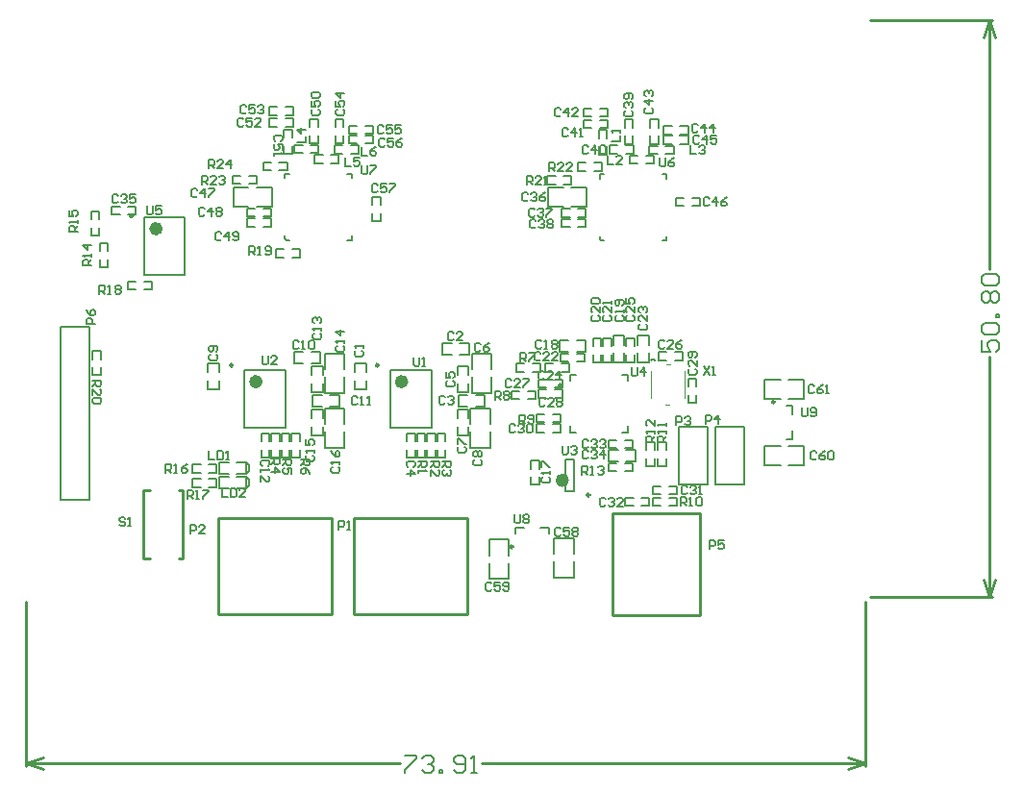
<source format=gto>
%FSLAX25Y25*%
%MOIN*%
G70*
G01*
G75*
G04 Layer_Color=65535*
%ADD10C,0.01969*%
%ADD11R,0.03000X0.03000*%
%ADD12R,0.02500X0.02000*%
%ADD13R,0.03000X0.03200*%
%ADD14O,0.05906X0.01378*%
%ADD15R,0.03000X0.03000*%
%ADD16R,0.05118X0.05906*%
%ADD17R,0.02000X0.02500*%
%ADD18R,0.01102X0.03543*%
%ADD19R,0.03543X0.01102*%
%ADD20R,0.01102X0.03543*%
%ADD21R,0.05906X0.05118*%
%ADD22R,0.02362X0.05709*%
%ADD23O,0.07087X0.01378*%
%ADD24O,0.02756X0.00787*%
%ADD25O,0.00787X0.02756*%
%ADD26R,0.14961X0.14961*%
%ADD27R,0.05709X0.02362*%
%ADD28R,0.04331X0.04724*%
%ADD29C,0.00800*%
%ADD30C,0.05000*%
%ADD31C,0.01500*%
%ADD32C,0.01000*%
%ADD33C,0.02000*%
%ADD34C,0.07500*%
%ADD35C,0.01200*%
%ADD36C,0.02500*%
%ADD37C,0.04000*%
%ADD38C,0.00600*%
%ADD39R,0.10000X0.10000*%
%ADD40R,0.09000X0.14000*%
%ADD41R,0.10500X0.11500*%
%ADD42R,0.85500X0.12500*%
%ADD43R,0.22500X0.12500*%
%ADD44R,0.02000X0.06500*%
%ADD45R,0.07000X0.18000*%
%ADD46R,0.08500X0.07000*%
%ADD47R,0.05906X0.05906*%
%ADD48C,0.05906*%
%ADD49C,0.07874*%
G04:AMPARAMS|DCode=50|XSize=157.48mil|YSize=74.8mil|CornerRadius=18.7mil|HoleSize=0mil|Usage=FLASHONLY|Rotation=0.000|XOffset=0mil|YOffset=0mil|HoleType=Round|Shape=RoundedRectangle|*
%AMROUNDEDRECTD50*
21,1,0.15748,0.03740,0,0,0.0*
21,1,0.12008,0.07480,0,0,0.0*
1,1,0.03740,0.06004,-0.01870*
1,1,0.03740,-0.06004,-0.01870*
1,1,0.03740,-0.06004,0.01870*
1,1,0.03740,0.06004,0.01870*
%
%ADD50ROUNDEDRECTD50*%
G04:AMPARAMS|DCode=51|XSize=118.11mil|YSize=62.99mil|CornerRadius=15.75mil|HoleSize=0mil|Usage=FLASHONLY|Rotation=270.000|XOffset=0mil|YOffset=0mil|HoleType=Round|Shape=RoundedRectangle|*
%AMROUNDEDRECTD51*
21,1,0.11811,0.03150,0,0,270.0*
21,1,0.08661,0.06299,0,0,270.0*
1,1,0.03150,-0.01575,-0.04331*
1,1,0.03150,-0.01575,0.04331*
1,1,0.03150,0.01575,0.04331*
1,1,0.03150,0.01575,-0.04331*
%
%ADD51ROUNDEDRECTD51*%
G04:AMPARAMS|DCode=52|XSize=106.3mil|YSize=66.93mil|CornerRadius=16.73mil|HoleSize=0mil|Usage=FLASHONLY|Rotation=90.000|XOffset=0mil|YOffset=0mil|HoleType=Round|Shape=RoundedRectangle|*
%AMROUNDEDRECTD52*
21,1,0.10630,0.03347,0,0,90.0*
21,1,0.07284,0.06693,0,0,90.0*
1,1,0.03346,0.01673,0.03642*
1,1,0.03346,0.01673,-0.03642*
1,1,0.03346,-0.01673,-0.03642*
1,1,0.03346,-0.01673,0.03642*
%
%ADD52ROUNDEDRECTD52*%
%ADD53C,0.03937*%
%ADD54C,0.03200*%
%ADD55C,0.02598*%
%ADD56C,0.03000*%
%ADD57R,0.07500X0.07000*%
%ADD58R,0.09500X0.07500*%
%ADD59R,0.10900X0.12400*%
%ADD60C,0.02362*%
%ADD61C,0.00984*%
%ADD62C,0.00787*%
%ADD63C,0.00500*%
%ADD64C,0.00425*%
D32*
X275500Y-58600D02*
Y-1750D01*
X-15500Y-58600D02*
Y-1750D01*
X142496Y-57600D02*
X275500D01*
X-15500D02*
X114304D01*
X269500Y-55600D02*
X275500Y-57600D01*
X269500Y-59600D02*
X275500Y-57600D01*
X-15500D02*
X-9500Y-59600D01*
X-15500Y-57600D02*
X-9500Y-55600D01*
X277250Y200000D02*
X319400D01*
X277250Y0D02*
X319400D01*
X318400Y113496D02*
Y200000D01*
Y0D02*
Y83304D01*
X316400Y194000D02*
X318400Y200000D01*
X320400Y194000D01*
X318400Y0D02*
X320400Y6000D01*
X316400D02*
X318400Y0D01*
X25221Y37000D02*
X27500D01*
X37500D02*
X39000D01*
X25221Y13378D02*
X27500D01*
X37500D02*
X39000D01*
X25221D02*
Y37000D01*
X39000Y13378D02*
Y37000D01*
X98215Y27300D02*
X137585D01*
X137585Y-6165D02*
X137585Y27300D01*
X98215Y-6165D02*
X137585D01*
X98215Y27300D02*
X98215Y-6165D01*
X218315Y29067D02*
X218315Y-6433D01*
X188000Y29000D02*
X218315D01*
X188000Y-6433D02*
Y29000D01*
Y-6433D02*
X218315D01*
X51215Y27300D02*
X51215Y-6165D01*
X90585D01*
X90585Y27300D01*
X51215D02*
X90585D01*
D38*
X192624Y47100D02*
X195824D01*
X192624Y50900D02*
X195824D01*
X186624D02*
X189824D01*
X186624Y47100D02*
X189824D01*
X195824D02*
Y50900D01*
X186624Y47100D02*
Y50900D01*
X186524Y51600D02*
Y54400D01*
X194924Y51600D02*
Y54400D01*
X186524Y51600D02*
X189324D01*
X186524Y54400D02*
X189324D01*
X192124D02*
X194924D01*
X192124Y51600D02*
X194924D01*
X50700Y38100D02*
Y40900D01*
X42300Y38100D02*
Y40900D01*
X47900D02*
X50700D01*
X47900Y38100D02*
X50700D01*
X42300D02*
X45100D01*
X42300Y40900D02*
X45100D01*
X50700Y43100D02*
Y45900D01*
X42300Y43100D02*
Y45900D01*
X47900Y45900D02*
X50700Y45900D01*
X47900Y43100D02*
X50700D01*
X42300D02*
X45100D01*
X42300Y45900D02*
X45100Y45900D01*
X83600Y55900D02*
Y59100D01*
X87400Y55900D02*
Y59100D01*
Y61900D02*
Y65100D01*
X83600Y61900D02*
Y65100D01*
Y55900D02*
X87400D01*
X83600Y65100D02*
X87400D01*
X177800Y169400D02*
X180600D01*
X177800Y166600D02*
X180600D01*
X183400D02*
X186200D01*
X183400Y169400D02*
X186200D01*
X177800Y166600D02*
Y169400D01*
X186200Y166600D02*
Y169400D01*
X167600Y12200D02*
X167600Y6700D01*
X174400D02*
X174400Y12200D01*
X167600Y6700D02*
X174400D01*
Y20300D02*
X174400Y14800D01*
X167600Y14800D02*
X167600Y20300D01*
X174400D01*
X248800Y45600D02*
X254300Y45600D01*
X248800Y52400D02*
X254300Y52400D01*
Y45600D02*
Y52400D01*
X240700D02*
X246200D01*
X240700Y45600D02*
X246200Y45600D01*
X240700Y45600D02*
X240700Y52400D01*
X248800Y68600D02*
X254300Y68600D01*
X248800Y75400D02*
X254300D01*
X254300Y68600D02*
X254300Y75400D01*
X240700D02*
X246200Y75400D01*
X240700Y68600D02*
X246200Y68600D01*
X240700Y75400D02*
X240700Y68600D01*
X68800Y169900D02*
X71600D01*
X68800Y167100D02*
X71600D01*
X74400D02*
X77200D01*
X74400Y169900D02*
X77200D01*
X68800Y167100D02*
Y169900D01*
X77200Y167100D02*
Y169900D01*
X10100Y114300D02*
X12900D01*
X10100Y122700D02*
X12900D01*
X12900Y114300D02*
Y117100D01*
X10100Y114300D02*
Y117100D01*
X10100Y122700D02*
X10100Y119900D01*
X12900Y119900D02*
Y122700D01*
X120100Y48300D02*
X122900D01*
X120100Y56700D02*
X122900D01*
Y48300D02*
Y51100D01*
X120100Y48300D02*
Y51100D01*
Y53900D02*
Y56700D01*
X122900Y53900D02*
Y56700D01*
X127100Y48300D02*
X129900D01*
X127100Y56700D02*
X129900D01*
Y48300D02*
Y51100D01*
X127100Y48300D02*
Y51100D01*
Y53900D02*
Y56700D01*
X129900Y53900D02*
Y56700D01*
X159600Y38800D02*
X162400D01*
X159600Y47200D02*
X162400D01*
Y38800D02*
Y41600D01*
X159600Y38800D02*
Y41600D01*
Y44400D02*
Y47200D01*
X162400Y44400D02*
Y47200D01*
X152800Y68600D02*
Y71400D01*
X161200Y68600D02*
Y71400D01*
X152800Y68600D02*
X155600D01*
X152800Y71400D02*
X155600D01*
X158400D02*
X161200D01*
X158400Y68600D02*
X161200D01*
X170600Y72500D02*
Y75300D01*
X162200Y72500D02*
Y75300D01*
X167800D02*
X170600D01*
X167800Y72500D02*
X170600D01*
X162200D02*
X165000D01*
X162200Y75300D02*
X165000D01*
X170600Y69000D02*
Y71800D01*
X162200Y69000D02*
Y71800D01*
X167800D02*
X170600D01*
X167800Y69000D02*
X170600D01*
X162200D02*
X165000D01*
X162200Y71800D02*
X165000D01*
X175400Y85100D02*
X178600D01*
X175400Y88900D02*
X178600D01*
X169400D02*
X172600D01*
X169400Y85100D02*
X172600D01*
X178600D02*
Y88900D01*
X169400Y85100D02*
Y88900D01*
X178200Y81600D02*
Y84400D01*
X169800Y81600D02*
Y84400D01*
X175400D02*
X178200D01*
X175400Y81600D02*
X178200D01*
X169800D02*
X172600D01*
X169800Y84400D02*
X172600D01*
X181100Y89700D02*
X183900D01*
X181100Y81300D02*
X183900D01*
X181100Y86900D02*
Y89700D01*
X183900Y86900D02*
Y89700D01*
Y81300D02*
Y84100D01*
X181100Y81300D02*
Y84100D01*
X184600Y81300D02*
X187400D01*
X184600Y89700D02*
X187400D01*
X187400Y81300D02*
Y84100D01*
X184600Y81300D02*
Y84100D01*
Y86900D02*
Y89700D01*
X187400D02*
X187400Y86900D01*
X191900Y90600D02*
X191900Y87400D01*
X188100D02*
Y90600D01*
Y81400D02*
Y84600D01*
X191900Y81400D02*
X191900Y84600D01*
X188100Y90600D02*
X191900D01*
X188100Y81400D02*
X191900Y81400D01*
X192600Y81300D02*
X195400D01*
X192600Y89700D02*
X195400D01*
Y81300D02*
Y84100D01*
X192600Y81300D02*
Y84100D01*
Y86900D02*
Y89700D01*
X195400Y86900D02*
Y89700D01*
X200400Y87400D02*
Y90600D01*
X196600Y87400D02*
Y90600D01*
Y81400D02*
Y84600D01*
X200400Y81400D02*
Y84600D01*
X196600Y90600D02*
X200400D01*
X196600Y81400D02*
X200400D01*
X203600Y45300D02*
X206400D01*
X203600Y53700D02*
X206400D01*
Y45300D02*
Y48100D01*
X203600Y45300D02*
Y48100D01*
Y50900D02*
Y53700D01*
X206400Y50900D02*
Y53700D01*
X199600Y45300D02*
X202400D01*
X199600Y53700D02*
X202400D01*
Y45300D02*
Y48100D01*
X199600D02*
X199600Y45300D01*
X199600Y50900D02*
X199600Y53700D01*
X202400Y50900D02*
Y53700D01*
X210200Y35600D02*
Y38400D01*
X201800Y35600D02*
Y38400D01*
X207400D02*
X210200D01*
X207400Y35600D02*
X210200D01*
X201800D02*
X204600D01*
X201800Y38400D02*
X204600D01*
X210200Y31600D02*
Y34400D01*
X201800Y31600D02*
Y34400D01*
X207400D02*
X210200D01*
X207400Y31600D02*
X210200D01*
X201800D02*
X204600D01*
X201800Y34400D02*
X204600D01*
X79507Y117757D02*
Y120557D01*
X71107Y117757D02*
Y120557D01*
X76707Y120557D02*
X79507D01*
X76707Y117757D02*
X79507D01*
X71107Y117757D02*
X73907Y117757D01*
X71107Y120557D02*
X73907D01*
X194924Y43600D02*
Y46400D01*
X186524Y43600D02*
Y46400D01*
X192124D02*
X194924D01*
X192124Y43600D02*
X194924D01*
X186524D02*
X189324D01*
X186524Y46400D02*
X189324D01*
X192300Y31600D02*
Y34400D01*
X200700Y31600D02*
Y34400D01*
X192300Y31600D02*
X195100D01*
X192300Y34400D02*
X195100D01*
X197900D02*
X200700D01*
X197900Y31600D02*
X200700D01*
X138600Y65300D02*
X145400D01*
X138600Y59800D02*
Y65300D01*
X145400Y59800D02*
Y65300D01*
X138600Y51700D02*
X145400D01*
Y57200D01*
X138600Y51700D02*
Y57200D01*
X134100Y55900D02*
Y59100D01*
X137900Y55900D02*
Y59100D01*
Y61900D02*
Y65100D01*
X134100Y61900D02*
Y65100D01*
Y55900D02*
X137900D01*
X134100Y65100D02*
X137900D01*
X145100Y19800D02*
X151900Y19800D01*
X145100Y14300D02*
X145100Y19800D01*
X151900Y14300D02*
X151900Y19800D01*
X145100Y6200D02*
X151900Y6200D01*
X151900Y11700D02*
X151900Y6200D01*
X145100Y6200D02*
X145100Y11700D01*
X7700Y76800D02*
X10500D01*
X7700Y85200D02*
X10500D01*
Y76800D02*
Y79600D01*
X7700Y76800D02*
Y79600D01*
Y82400D02*
Y85200D01*
X10500Y82400D02*
Y85200D01*
X22700Y132600D02*
Y135400D01*
X14300Y132600D02*
Y135400D01*
X19900Y135400D02*
X22700D01*
X19900Y132600D02*
X22700D01*
X14300Y132600D02*
X17100Y132600D01*
X14300Y135400D02*
X17100Y135400D01*
X7100Y133700D02*
X9900D01*
X7100Y125300D02*
X9900D01*
X7100Y130900D02*
Y133700D01*
X9900Y130900D02*
Y133700D01*
X9900Y125300D02*
X9900Y128100D01*
X7100Y125300D02*
Y128100D01*
X19800Y106600D02*
Y109400D01*
X28200Y106600D02*
Y109400D01*
X19800Y106600D02*
X22600D01*
X19800Y109400D02*
X22600D01*
X25400D02*
X28200D01*
X25400Y106600D02*
X28200D01*
X98600Y71900D02*
Y75100D01*
X102400Y71900D02*
Y75100D01*
Y77900D02*
Y81100D01*
X98600Y77900D02*
Y81100D01*
Y71900D02*
X102400D01*
X98600Y81100D02*
X102400D01*
X154524Y78100D02*
Y80900D01*
X162924Y78100D02*
Y80900D01*
X154524Y78100D02*
X157324D01*
X154524Y80900D02*
X157324D01*
X160124D02*
X162924D01*
X160124Y78100D02*
X162924D01*
X172924D02*
Y80900D01*
X164524Y78100D02*
Y80900D01*
X170124D02*
X172924D01*
X170124Y78100D02*
X172924D01*
X164524D02*
X167324D01*
X164524Y80900D02*
X167324D01*
X161524Y60600D02*
Y63400D01*
X169924Y60600D02*
Y63400D01*
X161524Y60600D02*
X164324D01*
X161524Y63400D02*
X164324D01*
X167124D02*
X169924D01*
X167124Y60600D02*
X169924D01*
X134400Y69900D02*
X137600D01*
X134400Y66100D02*
X137600D01*
X140400D02*
X143600D01*
X140400Y69900D02*
X143600D01*
X134400Y66100D02*
Y69900D01*
X143600Y66100D02*
Y69900D01*
X137900Y76900D02*
Y80100D01*
X134100Y76900D02*
Y80100D01*
Y70900D02*
Y74100D01*
X137900Y70900D02*
Y74100D01*
X134100Y80100D02*
X137900D01*
X134100Y70900D02*
X137900D01*
X139100Y70700D02*
X145900D01*
Y76200D01*
X139100Y70700D02*
Y76200D01*
Y84300D02*
X145900D01*
X139100Y78800D02*
Y84300D01*
X145900Y78800D02*
Y84300D01*
X169924Y57100D02*
Y59900D01*
X161524Y57100D02*
Y59900D01*
X167124D02*
X169924D01*
X167124Y57100D02*
X169924D01*
X161524D02*
X164324D01*
X161524Y59900D02*
X164324D01*
X138100Y84100D02*
Y87900D01*
X128900Y84100D02*
Y87900D01*
X134900D02*
X138100D01*
X134900Y84100D02*
X138100D01*
X128900D02*
X132100D01*
X128900Y87900D02*
X132100D01*
X119400Y53900D02*
Y56700D01*
X116600Y53900D02*
Y56700D01*
Y48300D02*
Y51100D01*
X119400Y48300D02*
Y51100D01*
X116600Y56700D02*
X119400D01*
X116600Y48300D02*
X119400D01*
X76600D02*
X79400D01*
X76600Y56700D02*
X79400D01*
Y48300D02*
Y51100D01*
X76600Y48300D02*
Y51100D01*
Y53900D02*
Y56700D01*
X79400Y53900D02*
Y56700D01*
X69600Y48300D02*
X72400D01*
X69600Y56700D02*
X72400D01*
Y48300D02*
Y51100D01*
X69600Y48300D02*
Y51100D01*
Y53900D02*
Y56700D01*
X72400Y53900D02*
Y56700D01*
X88100Y65300D02*
X94900D01*
X88100Y59800D02*
Y65300D01*
X94900Y59800D02*
Y65300D01*
X88100Y51700D02*
X94900D01*
Y57200D01*
X88100Y51700D02*
Y57200D01*
Y70700D02*
X94900D01*
Y76200D01*
X88100Y70700D02*
Y76200D01*
Y84300D02*
X94900D01*
X88100Y78800D02*
Y84300D01*
X94900Y78800D02*
Y84300D01*
X87400Y76900D02*
Y80100D01*
X83600Y76900D02*
Y80100D01*
Y70900D02*
Y74100D01*
X87400Y70900D02*
Y74100D01*
X83600Y80100D02*
X87400D01*
X83600Y70900D02*
X87400D01*
X66100Y48300D02*
X68900D01*
X66100Y56700D02*
X68900D01*
Y48300D02*
Y51100D01*
X66100Y48300D02*
Y51100D01*
Y53900D02*
Y56700D01*
X68900Y53900D02*
Y56700D01*
X83900Y69900D02*
X87100D01*
X83900Y66100D02*
X87100D01*
X89900D02*
X93100D01*
X89900Y69900D02*
X93100D01*
X83900Y66100D02*
Y69900D01*
X93100Y66100D02*
Y69900D01*
X77400Y84900D02*
X80600D01*
X77400Y81100D02*
X80600D01*
X83400D02*
X86600D01*
X83400Y84900D02*
X86600D01*
X77400Y81100D02*
Y84900D01*
X86600Y81100D02*
Y84900D01*
X47600Y71900D02*
Y75100D01*
X51400Y71900D02*
Y75100D01*
Y77900D02*
Y81100D01*
X47600Y77900D02*
Y81100D01*
Y71900D02*
X51400D01*
X47600Y81100D02*
X51400D01*
X115904Y-55201D02*
X119903D01*
Y-56201D01*
X115904Y-60199D01*
Y-61199D01*
X121902Y-56201D02*
X122902Y-55201D01*
X124901D01*
X125901Y-56201D01*
Y-57200D01*
X124901Y-58200D01*
X123901D01*
X124901D01*
X125901Y-59200D01*
Y-60199D01*
X124901Y-61199D01*
X122902D01*
X121902Y-60199D01*
X127900Y-61199D02*
Y-60199D01*
X128900D01*
Y-61199D01*
X127900D01*
X132898Y-60199D02*
X133898Y-61199D01*
X135898D01*
X136897Y-60199D01*
Y-56201D01*
X135898Y-55201D01*
X133898D01*
X132898Y-56201D01*
Y-57200D01*
X133898Y-58200D01*
X136897D01*
X138897Y-61199D02*
X140896D01*
X139896D01*
Y-55201D01*
X138897Y-56201D01*
X316001Y88903D02*
Y84904D01*
X319000D01*
X318000Y86904D01*
Y87903D01*
X319000Y88903D01*
X320999D01*
X321999Y87903D01*
Y85904D01*
X320999Y84904D01*
X317001Y90902D02*
X316001Y91902D01*
Y93901D01*
X317001Y94901D01*
X320999D01*
X321999Y93901D01*
Y91902D01*
X320999Y90902D01*
X317001D01*
X321999Y96900D02*
X320999D01*
Y97900D01*
X321999D01*
Y96900D01*
X317001Y101899D02*
X316001Y102899D01*
Y104898D01*
X317001Y105898D01*
X318000D01*
X319000Y104898D01*
X320000Y105898D01*
X320999D01*
X321999Y104898D01*
Y102899D01*
X320999Y101899D01*
X320000D01*
X319000Y102899D01*
X318000Y101899D01*
X317001D01*
X319000Y102899D02*
Y104898D01*
X317001Y107897D02*
X316001Y108897D01*
Y110896D01*
X317001Y111896D01*
X320999D01*
X321999Y110896D01*
Y108897D01*
X320999Y107897D01*
X317001D01*
D60*
X30811Y127661D02*
G03*
X30811Y127661I-1181J0D01*
G01*
X115933Y74602D02*
G03*
X115933Y74602I-1181J0D01*
G01*
X171622Y40425D02*
G03*
X171622Y40425I-1181J0D01*
G01*
X65433Y74602D02*
G03*
X65433Y74602I-1181J0D01*
G01*
D61*
X21657Y132091D02*
G03*
X21657Y132091I-492J0D01*
G01*
X153394Y17323D02*
G03*
X153394Y17323I-492J0D01*
G01*
X106780Y80311D02*
G03*
X106780Y80311I-492J0D01*
G01*
X179988Y35307D02*
G03*
X179988Y35307I-492J0D01*
G01*
X170331Y73299D02*
G03*
X170331Y73299I-492J0D01*
G01*
X244153Y67598D02*
G03*
X244153Y67598I-492J0D01*
G01*
X56279Y80311D02*
G03*
X56279Y80311I-492J0D01*
G01*
D62*
X211000Y39000D02*
X221000D01*
X211000D02*
Y59000D01*
X221000D01*
Y39000D02*
Y59000D01*
X223600Y39000D02*
X233600D01*
X223600D02*
Y59000D01*
X233600D01*
Y39000D02*
Y59000D01*
X25693Y111520D02*
X39472D01*
X25693Y131598D02*
X39472D01*
Y111520D02*
Y131598D01*
X25693D02*
X25693Y111520D01*
X154095Y21949D02*
Y23917D01*
X157244D01*
X165905Y21949D02*
X165905Y23917D01*
X162756Y23917D02*
X165905Y23917D01*
X110815Y58461D02*
X125185D01*
X110815Y78539D02*
X125185D01*
Y58461D02*
Y78539D01*
X110815Y58461D02*
Y78539D01*
X174378Y36488D02*
Y47512D01*
X171622Y36488D02*
Y47512D01*
Y36488D02*
X174378D01*
X171622Y47512D02*
X174378D01*
X173185Y74874D02*
Y77039D01*
X175350D01*
X191098D02*
X193264D01*
Y74874D02*
Y77039D01*
Y56961D02*
Y59126D01*
X191098Y56961D02*
X193264D01*
X173185D02*
X175350D01*
X173185D02*
Y59126D01*
X250256Y57744D02*
X250256Y54594D01*
X248287D02*
X250256D01*
Y63256D02*
Y66405D01*
X248287Y66405D02*
X250256Y66405D01*
X-3600Y33500D02*
X6400D01*
X-3600Y93500D02*
X6400D01*
Y33500D02*
Y93500D01*
X-3600Y33500D02*
Y93500D01*
X60315Y58461D02*
X74685D01*
X60315Y78539D02*
X74685D01*
Y58461D02*
Y78539D01*
X60315Y58461D02*
Y78539D01*
D63*
X61000Y42500D02*
X62000Y43500D01*
X57500Y42500D02*
X61000D01*
X61000Y46500D02*
X62000Y45500D01*
X57500Y46500D02*
X61000Y46500D01*
X61000Y42500D01*
X62000Y43500D02*
Y45500D01*
X51500Y42500D02*
Y46500D01*
Y42500D02*
X55000D01*
X51500Y46500D02*
X55000Y46500D01*
X175900Y150500D02*
X178700D01*
X175900Y147700D02*
X178700D01*
X181500D02*
X184300D01*
X181500Y150500D02*
X184300D01*
X175900Y147700D02*
Y150500D01*
X184300Y147700D02*
Y150500D01*
X175900Y131700D02*
X178700Y131700D01*
X175900Y134500D02*
X178700D01*
X170300Y134500D02*
X173100D01*
X170300Y131700D02*
X173100D01*
X178700Y131700D02*
Y134500D01*
X170300Y131700D02*
Y134500D01*
Y128200D02*
Y131000D01*
X178700Y128200D02*
Y131000D01*
X170300Y128200D02*
X173100D01*
X170300Y131000D02*
X173100D01*
X175900D02*
X178700D01*
X175900Y128200D02*
X178700D01*
X61000Y37500D02*
X62000Y38500D01*
X57500Y37500D02*
X61000D01*
X61000Y41500D02*
X62000Y40500D01*
X57500Y41500D02*
X61000Y41500D01*
X61000Y37500D01*
X62000Y38500D02*
Y40500D01*
X51500Y37500D02*
Y41500D01*
Y37500D02*
X55000D01*
X51500Y41500D02*
X55000Y41500D01*
X64445Y135411D02*
X69760D01*
X64445Y142104D02*
X69760D01*
Y135411D02*
Y142104D01*
X56374D02*
X61689D01*
X56374Y135411D02*
X61689D01*
X56374D02*
Y142104D01*
X173638Y135254D02*
X178953D01*
X173638Y141946D02*
X178953D01*
Y135254D02*
Y141946D01*
X165567D02*
X170882D01*
X165567Y135254D02*
X170882D01*
X165567D02*
Y141946D01*
X66707Y131857D02*
X69507Y131857D01*
X66707Y134657D02*
X69507D01*
X61107Y134657D02*
X63907D01*
X61107Y131857D02*
X63907D01*
X69507Y131857D02*
Y134657D01*
X61107Y131857D02*
Y134657D01*
X102107Y160557D02*
X104907D01*
X102107Y163357D02*
X104907D01*
X96507D02*
X99307D01*
X96507Y160557D02*
X99307D01*
X104907D02*
Y163357D01*
X96507Y160557D02*
Y163357D01*
X211300Y160400D02*
X214100D01*
X211300Y163200D02*
X214100D01*
X205700D02*
X208500D01*
X205700Y160400D02*
X208500D01*
X214100D02*
Y163200D01*
X205700Y160400D02*
Y163200D01*
X102107Y157157D02*
X104907D01*
X102107Y159957D02*
X104907D01*
X96507D02*
X99307D01*
X96507Y157157D02*
X99307D01*
X104907Y157157D02*
Y159957D01*
X96507Y157157D02*
Y159957D01*
X211300Y157000D02*
X214100D01*
X211300Y159800D02*
X214100D01*
X205700D02*
X208500D01*
X205700Y157000D02*
X208500D01*
X214100Y157000D02*
Y159800D01*
X205700Y157000D02*
Y159800D01*
X94607Y162857D02*
Y165657D01*
X91807D02*
X91807Y162857D01*
X91807Y157257D02*
X91807Y160057D01*
X94607Y157257D02*
Y160057D01*
X91807Y165657D02*
X94607D01*
X91807Y157257D02*
X94607D01*
X203800Y162700D02*
Y165500D01*
X201000D02*
X201000Y162700D01*
X201000Y157100D02*
X201000Y159900D01*
X203800Y157100D02*
Y159900D01*
X201000Y165500D02*
X203800D01*
X201000Y157100D02*
X203800D01*
X83007Y157257D02*
X83007Y160057D01*
X85807Y157257D02*
Y160057D01*
Y162857D02*
Y165657D01*
X83007D02*
X83007Y162857D01*
X83007Y157257D02*
X85807D01*
X83007Y165657D02*
X85807D01*
X192200Y157100D02*
X192200Y159900D01*
X195000Y157100D02*
Y159900D01*
Y162700D02*
Y165500D01*
X192200D02*
X192200Y162700D01*
X192200Y157100D02*
X195000D01*
X192200Y165500D02*
X195000D01*
X76707Y159157D02*
Y161957D01*
X73907Y159157D02*
Y161957D01*
Y153557D02*
Y156357D01*
X76707Y153557D02*
Y156357D01*
X73907Y161957D02*
X76707D01*
X73907Y153557D02*
X76707D01*
X185900Y159000D02*
Y161800D01*
X183100Y159000D02*
Y161800D01*
Y153400D02*
Y156200D01*
X185900Y153400D02*
Y156200D01*
X183100Y161800D02*
X185900D01*
X183100Y153400D02*
X185900D01*
X68800Y165900D02*
X71600D01*
X68800Y163100D02*
X71600D01*
X74400D02*
X77200D01*
X74400Y165900D02*
X77200D01*
X68800Y163100D02*
Y165900D01*
X77200Y163100D02*
Y165900D01*
X177800Y165400D02*
X180600D01*
X177800Y162600D02*
X180600D01*
X183400D02*
X186200D01*
X183400Y165400D02*
X186200D01*
X177800Y162600D02*
Y165400D01*
X186200Y162600D02*
Y165400D01*
X66707Y128357D02*
X69507D01*
X66707Y131157D02*
X69507D01*
X61107D02*
X63907D01*
X61107Y128357D02*
X63907D01*
X69507D02*
Y131157D01*
X61107Y128357D02*
Y131157D01*
X104600Y130300D02*
X104600Y133100D01*
X107400D02*
X107400Y130300D01*
Y135900D02*
Y138700D01*
X104600Y135900D02*
Y138700D01*
Y130300D02*
X107400D01*
X104600Y138700D02*
X107400D01*
X84607Y153157D02*
X87407D01*
X84607Y150357D02*
X87407D01*
X90207D02*
X93007D01*
X90207Y153157D02*
X93007D01*
X84607Y150357D02*
Y153157D01*
X93007Y150357D02*
Y153157D01*
X91507Y156557D02*
X94307D01*
X91507Y153757D02*
X94307D01*
X97107D02*
X99907D01*
X97107Y156557D02*
X99907D01*
X91507Y153757D02*
Y156557D01*
X99907Y153757D02*
Y156557D01*
X83207Y153857D02*
X86007D01*
X83207Y156657D02*
X86007D01*
X77607D02*
X80407D01*
X77607Y153857D02*
X80407D01*
X86007Y153857D02*
Y156657D01*
X77607Y153857D02*
Y156657D01*
X66707Y150657D02*
X69507D01*
X66707Y147857D02*
X69507D01*
X72307D02*
X75107D01*
X72307Y150657D02*
X75107D01*
X66707Y147857D02*
Y150657D01*
X75107Y147857D02*
Y150657D01*
X56107Y146057D02*
X58907D01*
X56107Y143257D02*
X58907Y143257D01*
X61707D02*
X64507D01*
X61707Y146057D02*
X64507D01*
X56107Y143257D02*
Y146057D01*
X64507Y143257D02*
Y146057D01*
X205070Y123530D02*
X206570D01*
Y125030D01*
X183430Y146570D02*
X184930D01*
X183430Y145070D02*
Y146570D01*
X206570Y145070D02*
Y146570D01*
X205070D02*
X206570D01*
X183430Y124030D02*
X183930Y123530D01*
X184930Y123530D01*
X183430Y124030D02*
Y125030D01*
X193800Y153000D02*
X196600D01*
X193800Y150200D02*
X196600D01*
X199400D02*
X202200D01*
X199400Y153000D02*
X202200D01*
X193800Y150200D02*
Y153000D01*
X202200Y150200D02*
Y153000D01*
X126400Y53900D02*
Y56700D01*
X123600D02*
X123600Y53900D01*
X123600Y48300D02*
X123600Y51100D01*
X126400Y48300D02*
Y51100D01*
X123600Y56700D02*
X126400D01*
X123600Y48300D02*
X126400D01*
X209400Y82100D02*
X212200D01*
X209400Y84900D02*
X212200D01*
X203800Y84900D02*
X206600Y84900D01*
X203800Y82100D02*
X206600D01*
X212200D02*
Y84900D01*
X203800Y82100D02*
X203800Y84900D01*
X192400Y153700D02*
X195200D01*
X192400Y156500D02*
X195200D01*
X186800D02*
X189600D01*
X186800Y153700D02*
X189600D01*
X195200Y153700D02*
Y156500D01*
X186800Y153700D02*
Y156500D01*
X200700Y156400D02*
X203500D01*
X200700Y153600D02*
X203500D01*
X206300D02*
X209100D01*
X206300Y156400D02*
X209100D01*
X200700Y153600D02*
Y156400D01*
X209100Y153600D02*
Y156400D01*
X165300Y145900D02*
X168100D01*
X165300Y143100D02*
X168100Y143100D01*
X170900D02*
X173700D01*
X170900Y145900D02*
X173700D01*
X165300Y143100D02*
Y145900D01*
X173700Y143100D02*
Y145900D01*
X216900Y72900D02*
Y75700D01*
X214100Y72900D02*
Y75700D01*
Y67300D02*
Y70100D01*
X216900Y67300D02*
X216900Y70100D01*
X214100Y75700D02*
X216900D01*
X214100Y67300D02*
X216900Y67300D01*
X215400Y135600D02*
X218200Y135600D01*
X215400Y138400D02*
X218200Y138400D01*
X209800D02*
X212600D01*
X209800Y135600D02*
X212600D01*
X218200D02*
Y138400D01*
X209800Y135600D02*
Y138400D01*
X75900Y53900D02*
Y56700D01*
X73100D02*
X73100Y53900D01*
X73100Y48300D02*
X73100Y51100D01*
X75900Y48300D02*
Y51100D01*
X73100Y56700D02*
X75900D01*
X73100Y48300D02*
X75900D01*
X95877Y123687D02*
X97377D01*
Y125187D01*
X74237Y146727D02*
X75737D01*
X74237Y145227D02*
Y146727D01*
X97377Y145227D02*
Y146727D01*
X95877D02*
X97377D01*
X74237Y124187D02*
X74737Y123687D01*
X75737Y123687D01*
X74237Y124187D02*
Y125187D01*
X220100Y60000D02*
Y62999D01*
X221600D01*
X222099Y62499D01*
Y61500D01*
X221600Y61000D01*
X220100D01*
X224599Y60000D02*
Y62999D01*
X223099Y61500D01*
X225098D01*
X210000Y59500D02*
Y62499D01*
X211500D01*
X211999Y61999D01*
Y61000D01*
X211500Y60500D01*
X210000D01*
X212999Y61999D02*
X213499Y62499D01*
X214498D01*
X214998Y61999D01*
Y61499D01*
X214498Y61000D01*
X213999D01*
X214498D01*
X214998Y60500D01*
Y60000D01*
X214498Y59500D01*
X213499D01*
X212999Y60000D01*
X43999Y140999D02*
X43499Y141499D01*
X42500D01*
X42000Y140999D01*
Y139000D01*
X42500Y138500D01*
X43499D01*
X43999Y139000D01*
X46499Y138500D02*
Y141499D01*
X44999Y139999D01*
X46998D01*
X47998Y141499D02*
X49997D01*
Y140999D01*
X47998Y139000D01*
Y138500D01*
X158699Y139699D02*
X158200Y140199D01*
X157200D01*
X156700Y139699D01*
Y137700D01*
X157200Y137200D01*
X158200D01*
X158699Y137700D01*
X159699Y139699D02*
X160199Y140199D01*
X161199D01*
X161698Y139699D01*
Y139199D01*
X161199Y138699D01*
X160699D01*
X161199D01*
X161698Y138200D01*
Y137700D01*
X161199Y137200D01*
X160199D01*
X159699Y137700D01*
X164697Y140199D02*
X163698Y139699D01*
X162698Y138699D01*
Y137700D01*
X163198Y137200D01*
X164198D01*
X164697Y137700D01*
Y138200D01*
X164198Y138699D01*
X162698D01*
X46499Y134499D02*
X46000Y134999D01*
X45000D01*
X44500Y134499D01*
Y132500D01*
X45000Y132000D01*
X46000D01*
X46499Y132500D01*
X48999Y132000D02*
Y134999D01*
X47499Y133500D01*
X49498D01*
X50498Y134499D02*
X50998Y134999D01*
X51998D01*
X52497Y134499D01*
Y133999D01*
X51998Y133500D01*
X52497Y133000D01*
Y132500D01*
X51998Y132000D01*
X50998D01*
X50498Y132500D01*
Y133000D01*
X50998Y133500D01*
X50498Y133999D01*
Y134499D01*
X50998Y133500D02*
X51998D01*
X160899Y134199D02*
X160399Y134699D01*
X159400D01*
X158900Y134199D01*
Y132200D01*
X159400Y131700D01*
X160399D01*
X160899Y132200D01*
X161899Y134199D02*
X162399Y134699D01*
X163399D01*
X163898Y134199D01*
Y133699D01*
X163399Y133200D01*
X162899D01*
X163399D01*
X163898Y132700D01*
Y132200D01*
X163399Y131700D01*
X162399D01*
X161899Y132200D01*
X164898Y134699D02*
X166897D01*
Y134199D01*
X164898Y132200D01*
Y131700D01*
X108499Y162999D02*
X108000Y163499D01*
X107000D01*
X106500Y162999D01*
Y161000D01*
X107000Y160500D01*
X108000D01*
X108499Y161000D01*
X111498Y163499D02*
X109499D01*
Y161999D01*
X110499Y162499D01*
X110999D01*
X111498Y161999D01*
Y161000D01*
X110999Y160500D01*
X109999D01*
X109499Y161000D01*
X114497Y163499D02*
X112498D01*
Y161999D01*
X113498Y162499D01*
X113998D01*
X114497Y161999D01*
Y161000D01*
X113998Y160500D01*
X112998D01*
X112498Y161000D01*
X217499Y163499D02*
X217000Y163999D01*
X216000D01*
X215500Y163499D01*
Y161500D01*
X216000Y161000D01*
X217000D01*
X217499Y161500D01*
X219999Y161000D02*
Y163999D01*
X218499Y162499D01*
X220498D01*
X222998Y161000D02*
Y163999D01*
X221498Y162499D01*
X223497D01*
X108999Y158499D02*
X108500Y158999D01*
X107500D01*
X107000Y158499D01*
Y156500D01*
X107500Y156000D01*
X108500D01*
X108999Y156500D01*
X111998Y158999D02*
X109999D01*
Y157500D01*
X110999Y157999D01*
X111499D01*
X111998Y157500D01*
Y156500D01*
X111499Y156000D01*
X110499D01*
X109999Y156500D01*
X114997Y158999D02*
X113998Y158499D01*
X112998Y157500D01*
Y156500D01*
X113498Y156000D01*
X114498D01*
X114997Y156500D01*
Y157000D01*
X114498Y157500D01*
X112998D01*
X217999Y159499D02*
X217499Y159999D01*
X216500D01*
X216000Y159499D01*
Y157500D01*
X216500Y157000D01*
X217499D01*
X217999Y157500D01*
X220498Y157000D02*
Y159999D01*
X218999Y158500D01*
X220998D01*
X223997Y159999D02*
X221998D01*
Y158500D01*
X222998Y158999D01*
X223498D01*
X223997Y158500D01*
Y157500D01*
X223498Y157000D01*
X222498D01*
X221998Y157500D01*
X92501Y168999D02*
X92001Y168500D01*
Y167500D01*
X92501Y167000D01*
X94500D01*
X95000Y167500D01*
Y168500D01*
X94500Y168999D01*
X92001Y171998D02*
Y169999D01*
X93501D01*
X93001Y170999D01*
Y171499D01*
X93501Y171998D01*
X94500D01*
X95000Y171499D01*
Y170499D01*
X94500Y169999D01*
X95000Y174498D02*
X92001D01*
X93501Y172998D01*
Y174997D01*
X199501Y169499D02*
X199001Y169000D01*
Y168000D01*
X199501Y167500D01*
X201500D01*
X202000Y168000D01*
Y169000D01*
X201500Y169499D01*
X202000Y171999D02*
X199001D01*
X200500Y170499D01*
Y172498D01*
X199501Y173498D02*
X199001Y173998D01*
Y174998D01*
X199501Y175497D01*
X200001D01*
X200500Y174998D01*
Y174498D01*
Y174998D01*
X201000Y175497D01*
X201500D01*
X202000Y174998D01*
Y173998D01*
X201500Y173498D01*
X84001Y168999D02*
X83501Y168500D01*
Y167500D01*
X84001Y167000D01*
X86000D01*
X86500Y167500D01*
Y168500D01*
X86000Y168999D01*
X83501Y171998D02*
Y169999D01*
X85000D01*
X84501Y170999D01*
Y171499D01*
X85000Y171998D01*
X86000D01*
X86500Y171499D01*
Y170499D01*
X86000Y169999D01*
X84001Y172998D02*
X83501Y173498D01*
Y174498D01*
X84001Y174997D01*
X86000D01*
X86500Y174498D01*
Y173498D01*
X86000Y172998D01*
X84001D01*
X192501Y168499D02*
X192001Y167999D01*
Y167000D01*
X192501Y166500D01*
X194500D01*
X195000Y167000D01*
Y167999D01*
X194500Y168499D01*
X192501Y169499D02*
X192001Y169999D01*
Y170999D01*
X192501Y171498D01*
X193001D01*
X193500Y170999D01*
Y170499D01*
Y170999D01*
X194000Y171498D01*
X194500D01*
X195000Y170999D01*
Y169999D01*
X194500Y169499D01*
Y172498D02*
X195000Y172998D01*
Y173998D01*
X194500Y174497D01*
X192501D01*
X192001Y173998D01*
Y172998D01*
X192501Y172498D01*
X193001D01*
X193500Y172998D01*
Y174497D01*
X72999Y158001D02*
X73499Y158501D01*
Y159500D01*
X72999Y160000D01*
X71000D01*
X70500Y159500D01*
Y158501D01*
X71000Y158001D01*
X73499Y155002D02*
Y157001D01*
X72000D01*
X72499Y156001D01*
Y155501D01*
X72000Y155002D01*
X71000D01*
X70500Y155501D01*
Y156501D01*
X71000Y157001D01*
X70500Y154002D02*
Y153002D01*
Y153502D01*
X73499D01*
X72999Y154002D01*
X179499Y155999D02*
X178999Y156499D01*
X178000D01*
X177500Y155999D01*
Y154000D01*
X178000Y153500D01*
X178999D01*
X179499Y154000D01*
X181999Y153500D02*
Y156499D01*
X180499Y154999D01*
X182498D01*
X183498Y155999D02*
X183998Y156499D01*
X184998D01*
X185497Y155999D01*
Y154000D01*
X184998Y153500D01*
X183998D01*
X183498Y154000D01*
Y155999D01*
X59999Y165499D02*
X59500Y165999D01*
X58500D01*
X58000Y165499D01*
Y163500D01*
X58500Y163000D01*
X59500D01*
X59999Y163500D01*
X62998Y165999D02*
X60999D01*
Y164499D01*
X61999Y164999D01*
X62499D01*
X62998Y164499D01*
Y163500D01*
X62499Y163000D01*
X61499D01*
X60999Y163500D01*
X65997Y163000D02*
X63998D01*
X65997Y164999D01*
Y165499D01*
X65498Y165999D01*
X64498D01*
X63998Y165499D01*
X172499Y161999D02*
X172000Y162499D01*
X171000D01*
X170500Y161999D01*
Y160000D01*
X171000Y159500D01*
X172000D01*
X172499Y160000D01*
X174999Y159500D02*
Y162499D01*
X173499Y161000D01*
X175498D01*
X176498Y159500D02*
X177498D01*
X176998D01*
Y162499D01*
X176498Y161999D01*
X52208Y125958D02*
X51708Y126458D01*
X50709D01*
X50209Y125958D01*
Y123959D01*
X50709Y123459D01*
X51708D01*
X52208Y123959D01*
X54707Y123459D02*
Y126458D01*
X53208Y124959D01*
X55207D01*
X56207Y123959D02*
X56707Y123459D01*
X57706D01*
X58206Y123959D01*
Y125958D01*
X57706Y126458D01*
X56707D01*
X56207Y125958D01*
Y125459D01*
X56707Y124959D01*
X58206D01*
X106492Y142642D02*
X105992Y143142D01*
X104993D01*
X104493Y142642D01*
Y140643D01*
X104993Y140143D01*
X105992D01*
X106492Y140643D01*
X109491Y143142D02*
X107492D01*
Y141642D01*
X108492Y142142D01*
X108991D01*
X109491Y141642D01*
Y140643D01*
X108991Y140143D01*
X107992D01*
X107492Y140643D01*
X110491Y143142D02*
X112490D01*
Y142642D01*
X110491Y140643D01*
Y140143D01*
X95160Y152309D02*
Y149310D01*
X97159D01*
X100158Y152309D02*
X98159D01*
Y150810D01*
X99159Y151309D01*
X99659D01*
X100158Y150810D01*
Y149810D01*
X99659Y149310D01*
X98659D01*
X98159Y149810D01*
X101000Y155999D02*
Y153000D01*
X102999D01*
X105998Y155999D02*
X104999Y155499D01*
X103999Y154499D01*
Y153500D01*
X104499Y153000D01*
X105499D01*
X105998Y153500D01*
Y154000D01*
X105499Y154499D01*
X103999D01*
X78501Y157500D02*
X81500D01*
Y159499D01*
Y161999D02*
X78501D01*
X80001Y160499D01*
Y162498D01*
X48000Y148500D02*
Y151499D01*
X49499D01*
X49999Y150999D01*
Y149999D01*
X49499Y149500D01*
X48000D01*
X49000D02*
X49999Y148500D01*
X52998D02*
X50999D01*
X52998Y150499D01*
Y150999D01*
X52499Y151499D01*
X51499D01*
X50999Y150999D01*
X55498Y148500D02*
Y151499D01*
X53998Y149999D01*
X55997D01*
X166000Y147500D02*
Y150499D01*
X167499D01*
X167999Y149999D01*
Y149000D01*
X167499Y148500D01*
X166000D01*
X167000D02*
X167999Y147500D01*
X170998D02*
X168999D01*
X170998Y149499D01*
Y149999D01*
X170499Y150499D01*
X169499D01*
X168999Y149999D01*
X173997Y147500D02*
X171998D01*
X173997Y149499D01*
Y149999D01*
X173498Y150499D01*
X172498D01*
X171998Y149999D01*
X45500Y143000D02*
Y145999D01*
X46999D01*
X47499Y145499D01*
Y144500D01*
X46999Y144000D01*
X45500D01*
X46500D02*
X47499Y143000D01*
X50498D02*
X48499D01*
X50498Y144999D01*
Y145499D01*
X49999Y145999D01*
X48999D01*
X48499Y145499D01*
X51498D02*
X51998Y145999D01*
X52998D01*
X53497Y145499D01*
Y144999D01*
X52998Y144500D01*
X52498D01*
X52998D01*
X53497Y144000D01*
Y143500D01*
X52998Y143000D01*
X51998D01*
X51498Y143500D01*
X100900Y149499D02*
Y147000D01*
X101400Y146500D01*
X102400D01*
X102899Y147000D01*
Y149499D01*
X103899D02*
X105898D01*
Y148999D01*
X103899Y147000D01*
Y146500D01*
X204353Y152152D02*
Y149653D01*
X204853Y149153D01*
X205852D01*
X206352Y149653D01*
Y152152D01*
X209351D02*
X208351Y151652D01*
X207352Y150652D01*
Y149653D01*
X207852Y149153D01*
X208851D01*
X209351Y149653D01*
Y150152D01*
X208851Y150652D01*
X207352D01*
X170500Y52399D02*
Y49900D01*
X171000Y49400D01*
X172000D01*
X172499Y49900D01*
Y52399D01*
X173499Y51899D02*
X173999Y52399D01*
X174999D01*
X175498Y51899D01*
Y51399D01*
X174999Y50899D01*
X174499D01*
X174999D01*
X175498Y50400D01*
Y49900D01*
X174999Y49400D01*
X173999D01*
X173499Y49900D01*
X130701Y74799D02*
X130201Y74300D01*
Y73300D01*
X130701Y72800D01*
X132700D01*
X133200Y73300D01*
Y74300D01*
X132700Y74799D01*
X130201Y77798D02*
Y75799D01*
X131701D01*
X131201Y76799D01*
Y77299D01*
X131701Y77798D01*
X132700D01*
X133200Y77299D01*
Y76299D01*
X132700Y75799D01*
X219500Y79999D02*
X221499Y77000D01*
Y79999D02*
X219500Y77000D01*
X222499D02*
X223499D01*
X222999D01*
Y79999D01*
X222499Y79499D01*
X125000Y47000D02*
X127999D01*
Y45500D01*
X127499Y45001D01*
X126499D01*
X126000Y45500D01*
Y47000D01*
Y46000D02*
X125000Y45001D01*
Y42002D02*
Y44001D01*
X126999Y42002D01*
X127499D01*
X127999Y42501D01*
Y43501D01*
X127499Y44001D01*
X158100Y142800D02*
Y145799D01*
X159599D01*
X160099Y145299D01*
Y144299D01*
X159599Y143800D01*
X158100D01*
X159100D02*
X160099Y142800D01*
X163098D02*
X161099D01*
X163098Y144799D01*
Y145299D01*
X162599Y145799D01*
X161599D01*
X161099Y145299D01*
X164098Y142800D02*
X165098D01*
X164598D01*
Y145799D01*
X164098Y145299D01*
X215000Y156499D02*
Y153500D01*
X216999D01*
X217999Y155999D02*
X218499Y156499D01*
X219498D01*
X219998Y155999D01*
Y155499D01*
X219498Y154999D01*
X218999D01*
X219498D01*
X219998Y154500D01*
Y154000D01*
X219498Y153500D01*
X218499D01*
X217999Y154000D01*
X186100Y153099D02*
Y150100D01*
X188099D01*
X191098D02*
X189099D01*
X191098Y152099D01*
Y152599D01*
X190599Y153099D01*
X189599D01*
X189099Y152599D01*
X187501Y158000D02*
X190500D01*
Y159999D01*
Y160999D02*
Y161999D01*
Y161499D01*
X187501D01*
X188001Y160999D01*
X205999Y88599D02*
X205500Y89099D01*
X204500D01*
X204000Y88599D01*
Y86600D01*
X204500Y86100D01*
X205500D01*
X205999Y86600D01*
X208998Y86100D02*
X206999D01*
X208998Y88099D01*
Y88599D01*
X208499Y89099D01*
X207499D01*
X206999Y88599D01*
X211997Y89099D02*
X210998Y88599D01*
X209998Y87599D01*
Y86600D01*
X210498Y86100D01*
X211498D01*
X211997Y86600D01*
Y87100D01*
X211498Y87599D01*
X209998D01*
X214701Y79099D02*
X214201Y78600D01*
Y77600D01*
X214701Y77100D01*
X216700D01*
X217200Y77600D01*
Y78600D01*
X216700Y79099D01*
X217200Y82098D02*
Y80099D01*
X215201Y82098D01*
X214701D01*
X214201Y81599D01*
Y80599D01*
X214701Y80099D01*
X216700Y83098D02*
X217200Y83598D01*
Y84598D01*
X216700Y85097D01*
X214701D01*
X214201Y84598D01*
Y83598D01*
X214701Y83098D01*
X215201D01*
X215701Y83598D01*
Y85097D01*
X221499Y137999D02*
X221000Y138499D01*
X220000D01*
X219500Y137999D01*
Y136000D01*
X220000Y135500D01*
X221000D01*
X221499Y136000D01*
X223998Y135500D02*
Y138499D01*
X222499Y136999D01*
X224498D01*
X227497Y138499D02*
X226498Y137999D01*
X225498Y136999D01*
Y136000D01*
X225998Y135500D01*
X226998D01*
X227497Y136000D01*
Y136500D01*
X226998Y136999D01*
X225498D01*
X161299Y130399D02*
X160800Y130899D01*
X159800D01*
X159300Y130399D01*
Y128400D01*
X159800Y127900D01*
X160800D01*
X161299Y128400D01*
X162299Y130399D02*
X162799Y130899D01*
X163799D01*
X164298Y130399D01*
Y129899D01*
X163799Y129400D01*
X163299D01*
X163799D01*
X164298Y128900D01*
Y128400D01*
X163799Y127900D01*
X162799D01*
X162299Y128400D01*
X165298Y130399D02*
X165798Y130899D01*
X166798D01*
X167297Y130399D01*
Y129899D01*
X166798Y129400D01*
X167297Y128900D01*
Y128400D01*
X166798Y127900D01*
X165798D01*
X165298Y128400D01*
Y128900D01*
X165798Y129400D01*
X165298Y129899D01*
Y130399D01*
X165798Y129400D02*
X166798D01*
X119000Y82999D02*
Y80500D01*
X119500Y80000D01*
X120500D01*
X120999Y80500D01*
Y82999D01*
X121999Y80000D02*
X122999D01*
X122499D01*
Y82999D01*
X121999Y82499D01*
X253500Y65499D02*
Y63000D01*
X254000Y62500D01*
X254999D01*
X255499Y63000D01*
Y65499D01*
X256499Y63000D02*
X256999Y62500D01*
X257998D01*
X258498Y63000D01*
Y64999D01*
X257998Y65499D01*
X256999D01*
X256499Y64999D01*
Y64499D01*
X256999Y63999D01*
X258498D01*
X154000Y28499D02*
Y26000D01*
X154500Y25500D01*
X155499D01*
X155999Y26000D01*
Y28499D01*
X156999Y27999D02*
X157499Y28499D01*
X158499D01*
X158998Y27999D01*
Y27499D01*
X158499Y27000D01*
X158998Y26500D01*
Y26000D01*
X158499Y25500D01*
X157499D01*
X156999Y26000D01*
Y26500D01*
X157499Y27000D01*
X156999Y27499D01*
Y27999D01*
X157499Y27000D02*
X158499D01*
X26500Y135499D02*
Y133000D01*
X27000Y132500D01*
X27999D01*
X28499Y133000D01*
Y135499D01*
X31498D02*
X29499D01*
Y134000D01*
X30499Y134499D01*
X30999D01*
X31498Y134000D01*
Y133000D01*
X30999Y132500D01*
X29999D01*
X29499Y133000D01*
X194500Y79499D02*
Y77000D01*
X195000Y76500D01*
X196000D01*
X196499Y77000D01*
Y79499D01*
X198999Y76500D02*
Y79499D01*
X197499Y78000D01*
X199498D01*
X18999Y26999D02*
X18499Y27499D01*
X17500D01*
X17000Y26999D01*
Y26499D01*
X17500Y26000D01*
X18499D01*
X18999Y25500D01*
Y25000D01*
X18499Y24500D01*
X17500D01*
X17000Y25000D01*
X19999Y24500D02*
X20999D01*
X20499D01*
Y27499D01*
X19999Y26999D01*
X7600Y75000D02*
X10599D01*
Y73501D01*
X10099Y73001D01*
X9099D01*
X8600Y73501D01*
Y75000D01*
Y74000D02*
X7600Y73001D01*
Y70002D02*
Y72001D01*
X9599Y70002D01*
X10099D01*
X10599Y70501D01*
Y71501D01*
X10099Y72001D01*
Y69002D02*
X10599Y68502D01*
Y67502D01*
X10099Y67003D01*
X8100D01*
X7600Y67502D01*
Y68502D01*
X8100Y69002D01*
X10099D01*
X62000Y118500D02*
Y121499D01*
X63499D01*
X63999Y120999D01*
Y120000D01*
X63499Y119500D01*
X62000D01*
X63000D02*
X63999Y118500D01*
X64999D02*
X65999D01*
X65499D01*
Y121499D01*
X64999Y120999D01*
X67498Y119000D02*
X67998Y118500D01*
X68998D01*
X69498Y119000D01*
Y120999D01*
X68998Y121499D01*
X67998D01*
X67498Y120999D01*
Y120499D01*
X67998Y120000D01*
X69498D01*
X10000Y105000D02*
Y107999D01*
X11500D01*
X11999Y107499D01*
Y106500D01*
X11500Y106000D01*
X10000D01*
X11000D02*
X11999Y105000D01*
X12999D02*
X13999D01*
X13499D01*
Y107999D01*
X12999Y107499D01*
X15498D02*
X15998Y107999D01*
X16998D01*
X17498Y107499D01*
Y106999D01*
X16998Y106500D01*
X17498Y106000D01*
Y105500D01*
X16998Y105000D01*
X15998D01*
X15498Y105500D01*
Y106000D01*
X15998Y106500D01*
X15498Y106999D01*
Y107499D01*
X15998Y106500D02*
X16998D01*
X177300Y42400D02*
Y45399D01*
X178799D01*
X179299Y44899D01*
Y43900D01*
X178799Y43400D01*
X177300D01*
X178300D02*
X179299Y42400D01*
X180299D02*
X181299D01*
X180799D01*
Y45399D01*
X180299Y44899D01*
X182798D02*
X183298Y45399D01*
X184298D01*
X184798Y44899D01*
Y44399D01*
X184298Y43900D01*
X183798D01*
X184298D01*
X184798Y43400D01*
Y42900D01*
X184298Y42400D01*
X183298D01*
X182798Y42900D01*
X202400Y53700D02*
X199401D01*
Y55199D01*
X199901Y55699D01*
X200901D01*
X201400Y55199D01*
Y53700D01*
Y54700D02*
X202400Y55699D01*
Y56699D02*
Y57699D01*
Y57199D01*
X199401D01*
X199901Y56699D01*
X202400Y61198D02*
Y59198D01*
X200401Y61198D01*
X199901D01*
X199401Y60698D01*
Y59698D01*
X199901Y59198D01*
X206400Y53700D02*
X203401D01*
Y55199D01*
X203901Y55699D01*
X204901D01*
X205400Y55199D01*
Y53700D01*
Y54700D02*
X206400Y55699D01*
Y56699D02*
Y57699D01*
Y57199D01*
X203401D01*
X203901Y56699D01*
X206400Y59198D02*
Y60198D01*
Y59698D01*
X203401D01*
X203901Y59198D01*
X211500Y31600D02*
Y34599D01*
X213000D01*
X213499Y34099D01*
Y33099D01*
X213000Y32600D01*
X211500D01*
X212500D02*
X213499Y31600D01*
X214499D02*
X215499D01*
X214999D01*
Y34599D01*
X214499Y34099D01*
X216998D02*
X217498Y34599D01*
X218498D01*
X218998Y34099D01*
Y32100D01*
X218498Y31600D01*
X217498D01*
X216998Y32100D01*
Y34099D01*
X155600Y60100D02*
Y63099D01*
X157099D01*
X157599Y62599D01*
Y61599D01*
X157099Y61100D01*
X155600D01*
X156600D02*
X157599Y60100D01*
X158599Y60600D02*
X159099Y60100D01*
X160099D01*
X160598Y60600D01*
Y62599D01*
X160099Y63099D01*
X159099D01*
X158599Y62599D01*
Y62099D01*
X159099Y61599D01*
X160598D01*
X147100Y68400D02*
Y71399D01*
X148600D01*
X149099Y70899D01*
Y69899D01*
X148600Y69400D01*
X147100D01*
X148100D02*
X149099Y68400D01*
X150099Y70899D02*
X150599Y71399D01*
X151599D01*
X152098Y70899D01*
Y70399D01*
X151599Y69899D01*
X152098Y69400D01*
Y68900D01*
X151599Y68400D01*
X150599D01*
X150099Y68900D01*
Y69400D01*
X150599Y69899D01*
X150099Y70399D01*
Y70899D01*
X150599Y69899D02*
X151599D01*
X33000Y43000D02*
Y45999D01*
X34499D01*
X34999Y45499D01*
Y44499D01*
X34499Y44000D01*
X33000D01*
X34000D02*
X34999Y43000D01*
X35999D02*
X36999D01*
X36499D01*
Y45999D01*
X35999Y45499D01*
X40498Y45999D02*
X39498Y45499D01*
X38498Y44499D01*
Y43500D01*
X38998Y43000D01*
X39998D01*
X40498Y43500D01*
Y44000D01*
X39998Y44499D01*
X38498D01*
X40500Y34000D02*
Y36999D01*
X42000D01*
X42499Y36499D01*
Y35500D01*
X42000Y35000D01*
X40500D01*
X41500D02*
X42499Y34000D01*
X43499D02*
X44499D01*
X43999D01*
Y36999D01*
X43499Y36499D01*
X45998Y36999D02*
X47998D01*
Y36499D01*
X45998Y34500D01*
Y34000D01*
X7300Y114800D02*
X4301D01*
Y116299D01*
X4801Y116799D01*
X5801D01*
X6300Y116299D01*
Y114800D01*
Y115800D02*
X7300Y116799D01*
Y117799D02*
Y118799D01*
Y118299D01*
X4301D01*
X4801Y117799D01*
X7300Y121798D02*
X4301D01*
X5801Y120298D01*
Y122298D01*
X2500Y126500D02*
X-499D01*
Y127999D01*
X1Y128499D01*
X1001D01*
X1500Y127999D01*
Y126500D01*
Y127500D02*
X2500Y128499D01*
Y129499D02*
Y130499D01*
Y129999D01*
X-499D01*
X1Y129499D01*
X-499Y133998D02*
Y131998D01*
X1001D01*
X501Y132998D01*
Y133498D01*
X1001Y133998D01*
X2000D01*
X2500Y133498D01*
Y132498D01*
X2000Y131998D01*
X156000Y81500D02*
Y84499D01*
X157500D01*
X157999Y83999D01*
Y82999D01*
X157500Y82500D01*
X156000D01*
X157000D02*
X157999Y81500D01*
X158999Y84499D02*
X160998D01*
Y83999D01*
X158999Y82000D01*
Y81500D01*
X129000Y47000D02*
X131999D01*
Y45500D01*
X131499Y45001D01*
X130499D01*
X130000Y45500D01*
Y47000D01*
Y46000D02*
X129000Y45001D01*
X131499Y44001D02*
X131999Y43501D01*
Y42501D01*
X131499Y42002D01*
X130999D01*
X130499Y42501D01*
Y43001D01*
Y42501D01*
X130000Y42002D01*
X129500D01*
X129000Y42501D01*
Y43501D01*
X129500Y44001D01*
X120500Y47000D02*
X123499D01*
Y45500D01*
X122999Y45001D01*
X122000D01*
X121500Y45500D01*
Y47000D01*
Y46000D02*
X120500Y45001D01*
Y44001D02*
Y43001D01*
Y43501D01*
X123499D01*
X122999Y44001D01*
X8400Y94500D02*
X5401D01*
Y95999D01*
X5901Y96499D01*
X6900D01*
X7400Y95999D01*
Y94500D01*
X5401Y99498D02*
X5901Y98499D01*
X6900Y97499D01*
X7900D01*
X8400Y97999D01*
Y98999D01*
X7900Y99498D01*
X7400D01*
X6900Y98999D01*
Y97499D01*
X92900Y23300D02*
Y26299D01*
X94399D01*
X94899Y25799D01*
Y24800D01*
X94399Y24300D01*
X92900D01*
X95899Y23300D02*
X96899D01*
X96399D01*
Y26299D01*
X95899Y25799D01*
X48000Y50499D02*
Y47500D01*
X49999D01*
X50999Y50499D02*
Y47500D01*
X52499D01*
X52998Y48000D01*
Y49999D01*
X52499Y50499D01*
X50999D01*
X53998Y47500D02*
X54998D01*
X54498D01*
Y50499D01*
X53998Y49999D01*
X52500Y37499D02*
Y34500D01*
X54499D01*
X55499Y37499D02*
Y34500D01*
X56999D01*
X57498Y35000D01*
Y36999D01*
X56999Y37499D01*
X55499D01*
X60497Y34500D02*
X58498D01*
X60497Y36499D01*
Y36999D01*
X59998Y37499D01*
X58998D01*
X58498Y36999D01*
X257799Y73099D02*
X257299Y73599D01*
X256300D01*
X255800Y73099D01*
Y71100D01*
X256300Y70600D01*
X257299D01*
X257799Y71100D01*
X260798Y73599D02*
X259799Y73099D01*
X258799Y72100D01*
Y71100D01*
X259299Y70600D01*
X260298D01*
X260798Y71100D01*
Y71600D01*
X260298Y72100D01*
X258799D01*
X261798Y70600D02*
X262798D01*
X262298D01*
Y73599D01*
X261798Y73099D01*
X258699Y50099D02*
X258200Y50599D01*
X257200D01*
X256700Y50099D01*
Y48100D01*
X257200Y47600D01*
X258200D01*
X258699Y48100D01*
X261698Y50599D02*
X260699Y50099D01*
X259699Y49099D01*
Y48100D01*
X260199Y47600D01*
X261198D01*
X261698Y48100D01*
Y48600D01*
X261198Y49099D01*
X259699D01*
X262698Y50099D02*
X263198Y50599D01*
X264198D01*
X264697Y50099D01*
Y48100D01*
X264198Y47600D01*
X263198D01*
X262698Y48100D01*
Y50099D01*
X145999Y4499D02*
X145500Y4999D01*
X144500D01*
X144000Y4499D01*
Y2500D01*
X144500Y2000D01*
X145500D01*
X145999Y2500D01*
X148998Y4999D02*
X146999D01*
Y3500D01*
X147999Y3999D01*
X148499D01*
X148998Y3500D01*
Y2500D01*
X148499Y2000D01*
X147499D01*
X146999Y2500D01*
X149998D02*
X150498Y2000D01*
X151498D01*
X151997Y2500D01*
Y4499D01*
X151498Y4999D01*
X150498D01*
X149998Y4499D01*
Y3999D01*
X150498Y3500D01*
X151997D01*
X169999Y23499D02*
X169500Y23999D01*
X168500D01*
X168000Y23499D01*
Y21500D01*
X168500Y21000D01*
X169500D01*
X169999Y21500D01*
X172998Y23999D02*
X170999D01*
Y22500D01*
X171999Y22999D01*
X172499D01*
X172998Y22500D01*
Y21500D01*
X172499Y21000D01*
X171499D01*
X170999Y21500D01*
X173998Y23499D02*
X174498Y23999D01*
X175498D01*
X175997Y23499D01*
Y22999D01*
X175498Y22500D01*
X175997Y22000D01*
Y21500D01*
X175498Y21000D01*
X174498D01*
X173998Y21500D01*
Y22000D01*
X174498Y22500D01*
X173998Y22999D01*
Y23499D01*
X174498Y22500D02*
X175498D01*
X179499Y50299D02*
X178999Y50799D01*
X178000D01*
X177500Y50299D01*
Y48300D01*
X178000Y47800D01*
X178999D01*
X179499Y48300D01*
X180499Y50299D02*
X180999Y50799D01*
X181999D01*
X182498Y50299D01*
Y49799D01*
X181999Y49299D01*
X181499D01*
X181999D01*
X182498Y48800D01*
Y48300D01*
X181999Y47800D01*
X180999D01*
X180499Y48300D01*
X184998Y47800D02*
Y50799D01*
X183498Y49299D01*
X185497D01*
X179399Y54099D02*
X178900Y54599D01*
X177900D01*
X177400Y54099D01*
Y52100D01*
X177900Y51600D01*
X178900D01*
X179399Y52100D01*
X180399Y54099D02*
X180899Y54599D01*
X181899D01*
X182398Y54099D01*
Y53599D01*
X181899Y53100D01*
X181399D01*
X181899D01*
X182398Y52600D01*
Y52100D01*
X181899Y51600D01*
X180899D01*
X180399Y52100D01*
X183398Y54099D02*
X183898Y54599D01*
X184898D01*
X185397Y54099D01*
Y53599D01*
X184898Y53100D01*
X184398D01*
X184898D01*
X185397Y52600D01*
Y52100D01*
X184898Y51600D01*
X183898D01*
X183398Y52100D01*
X185399Y33899D02*
X184899Y34399D01*
X183900D01*
X183400Y33899D01*
Y31900D01*
X183900Y31400D01*
X184899D01*
X185399Y31900D01*
X186399Y33899D02*
X186899Y34399D01*
X187899D01*
X188398Y33899D01*
Y33399D01*
X187899Y32899D01*
X187399D01*
X187899D01*
X188398Y32400D01*
Y31900D01*
X187899Y31400D01*
X186899D01*
X186399Y31900D01*
X191397Y31400D02*
X189398D01*
X191397Y33399D01*
Y33899D01*
X190898Y34399D01*
X189898D01*
X189398Y33899D01*
X213799Y37999D02*
X213299Y38499D01*
X212300D01*
X211800Y37999D01*
Y36000D01*
X212300Y35500D01*
X213299D01*
X213799Y36000D01*
X214799Y37999D02*
X215299Y38499D01*
X216299D01*
X216798Y37999D01*
Y37499D01*
X216299Y36999D01*
X215799D01*
X216299D01*
X216798Y36500D01*
Y36000D01*
X216299Y35500D01*
X215299D01*
X214799Y36000D01*
X217798Y35500D02*
X218798D01*
X218298D01*
Y38499D01*
X217798Y37999D01*
X154099Y59299D02*
X153600Y59799D01*
X152600D01*
X152100Y59299D01*
Y57300D01*
X152600Y56800D01*
X153600D01*
X154099Y57300D01*
X155099Y59299D02*
X155599Y59799D01*
X156599D01*
X157098Y59299D01*
Y58799D01*
X156599Y58299D01*
X156099D01*
X156599D01*
X157098Y57800D01*
Y57300D01*
X156599Y56800D01*
X155599D01*
X155099Y57300D01*
X158098Y59299D02*
X158598Y59799D01*
X159598D01*
X160097Y59299D01*
Y57300D01*
X159598Y56800D01*
X158598D01*
X158098Y57300D01*
Y59299D01*
X164499Y68599D02*
X163999Y69099D01*
X163000D01*
X162500Y68599D01*
Y66600D01*
X163000Y66100D01*
X163999D01*
X164499Y66600D01*
X167498Y66100D02*
X165499D01*
X167498Y68099D01*
Y68599D01*
X166999Y69099D01*
X165999D01*
X165499Y68599D01*
X168498D02*
X168998Y69099D01*
X169998D01*
X170497Y68599D01*
Y68099D01*
X169998Y67599D01*
X170497Y67100D01*
Y66600D01*
X169998Y66100D01*
X168998D01*
X168498Y66600D01*
Y67100D01*
X168998Y67599D01*
X168498Y68099D01*
Y68599D01*
X168998Y67599D02*
X169998D01*
X152799Y74999D02*
X152299Y75499D01*
X151300D01*
X150800Y74999D01*
Y73000D01*
X151300Y72500D01*
X152299D01*
X152799Y73000D01*
X155798Y72500D02*
X153799D01*
X155798Y74499D01*
Y74999D01*
X155299Y75499D01*
X154299D01*
X153799Y74999D01*
X156798Y75499D02*
X158797D01*
Y74999D01*
X156798Y73000D01*
Y72500D01*
X193001Y97499D02*
X192501Y97000D01*
Y96000D01*
X193001Y95500D01*
X195000D01*
X195500Y96000D01*
Y97000D01*
X195000Y97499D01*
X195500Y100498D02*
Y98499D01*
X193501Y100498D01*
X193001D01*
X192501Y99999D01*
Y98999D01*
X193001Y98499D01*
X192501Y103497D02*
Y101498D01*
X194000D01*
X193501Y102498D01*
Y102998D01*
X194000Y103497D01*
X195000D01*
X195500Y102998D01*
Y101998D01*
X195000Y101498D01*
X164199Y77799D02*
X163699Y78299D01*
X162700D01*
X162200Y77799D01*
Y75800D01*
X162700Y75300D01*
X163699D01*
X164199Y75800D01*
X167198Y75300D02*
X165199D01*
X167198Y77299D01*
Y77799D01*
X166699Y78299D01*
X165699D01*
X165199Y77799D01*
X169698Y75300D02*
Y78299D01*
X168198Y76799D01*
X170197D01*
X197501Y94499D02*
X197001Y93999D01*
Y93000D01*
X197501Y92500D01*
X199500D01*
X200000Y93000D01*
Y93999D01*
X199500Y94499D01*
X200000Y97498D02*
Y95499D01*
X198001Y97498D01*
X197501D01*
X197001Y96999D01*
Y95999D01*
X197501Y95499D01*
Y98498D02*
X197001Y98998D01*
Y99998D01*
X197501Y100497D01*
X198001D01*
X198501Y99998D01*
Y99498D01*
Y99998D01*
X199000Y100497D01*
X199500D01*
X200000Y99998D01*
Y98998D01*
X199500Y98498D01*
X162899Y84399D02*
X162399Y84899D01*
X161400D01*
X160900Y84399D01*
Y82400D01*
X161400Y81900D01*
X162399D01*
X162899Y82400D01*
X165898Y81900D02*
X163899D01*
X165898Y83899D01*
Y84399D01*
X165399Y84899D01*
X164399D01*
X163899Y84399D01*
X168897Y81900D02*
X166898D01*
X168897Y83899D01*
Y84399D01*
X168398Y84899D01*
X167398D01*
X166898Y84399D01*
X185001Y97499D02*
X184501Y97000D01*
Y96000D01*
X185001Y95500D01*
X187000D01*
X187500Y96000D01*
Y97000D01*
X187000Y97499D01*
X187500Y100498D02*
Y98499D01*
X185501Y100498D01*
X185001D01*
X184501Y99999D01*
Y98999D01*
X185001Y98499D01*
X187500Y101498D02*
Y102498D01*
Y101998D01*
X184501D01*
X185001Y101498D01*
X181001Y97499D02*
X180501Y97000D01*
Y96000D01*
X181001Y95500D01*
X183000D01*
X183500Y96000D01*
Y97000D01*
X183000Y97499D01*
X183500Y100498D02*
Y98499D01*
X181501Y100498D01*
X181001D01*
X180501Y99999D01*
Y98999D01*
X181001Y98499D01*
Y101498D02*
X180501Y101998D01*
Y102998D01*
X181001Y103497D01*
X183000D01*
X183500Y102998D01*
Y101998D01*
X183000Y101498D01*
X181001D01*
X189276Y97499D02*
X188777Y97000D01*
Y96000D01*
X189276Y95500D01*
X191276D01*
X191776Y96000D01*
Y97000D01*
X191276Y97499D01*
X191776Y98499D02*
Y99499D01*
Y98999D01*
X188777D01*
X189276Y98499D01*
X191276Y100998D02*
X191776Y101498D01*
Y102498D01*
X191276Y102998D01*
X189276D01*
X188777Y102498D01*
Y101498D01*
X189276Y100998D01*
X189776D01*
X190276Y101498D01*
Y102998D01*
X163299Y88499D02*
X162800Y88999D01*
X161800D01*
X161300Y88499D01*
Y86500D01*
X161800Y86000D01*
X162800D01*
X163299Y86500D01*
X164299Y86000D02*
X165299D01*
X164799D01*
Y88999D01*
X164299Y88499D01*
X166798D02*
X167298Y88999D01*
X168298D01*
X168798Y88499D01*
Y87999D01*
X168298Y87499D01*
X168798Y87000D01*
Y86500D01*
X168298Y86000D01*
X167298D01*
X166798Y86500D01*
Y87000D01*
X167298Y87499D01*
X166798Y87999D01*
Y88499D01*
X167298Y87499D02*
X168298D01*
X163801Y41499D02*
X163301Y40999D01*
Y40000D01*
X163801Y39500D01*
X165800D01*
X166300Y40000D01*
Y40999D01*
X165800Y41499D01*
X166300Y42499D02*
Y43499D01*
Y42999D01*
X163301D01*
X163801Y42499D01*
X163301Y44998D02*
Y46998D01*
X163801D01*
X165800Y44998D01*
X166300D01*
X16499Y138999D02*
X16000Y139499D01*
X15000D01*
X14500Y138999D01*
Y137000D01*
X15000Y136500D01*
X16000D01*
X16499Y137000D01*
X17499Y138999D02*
X17999Y139499D01*
X18999D01*
X19498Y138999D01*
Y138499D01*
X18999Y137999D01*
X18499D01*
X18999D01*
X19498Y137500D01*
Y137000D01*
X18999Y136500D01*
X17999D01*
X17499Y137000D01*
X22497Y139499D02*
X20498D01*
Y137999D01*
X21498Y138499D01*
X21998D01*
X22497Y137999D01*
Y137000D01*
X21998Y136500D01*
X20998D01*
X20498Y137000D01*
X140101Y47599D02*
X139601Y47100D01*
Y46100D01*
X140101Y45600D01*
X142100D01*
X142600Y46100D01*
Y47100D01*
X142100Y47599D01*
X140101Y48599D02*
X139601Y49099D01*
Y50099D01*
X140101Y50598D01*
X140601D01*
X141101Y50099D01*
X141600Y50598D01*
X142100D01*
X142600Y50099D01*
Y49099D01*
X142100Y48599D01*
X141600D01*
X141101Y49099D01*
X140601Y48599D01*
X140101D01*
X141101Y49099D02*
Y50099D01*
X134701Y52099D02*
X134201Y51600D01*
Y50600D01*
X134701Y50100D01*
X136700D01*
X137200Y50600D01*
Y51600D01*
X136700Y52099D01*
X134201Y53099D02*
Y55098D01*
X134701D01*
X136700Y53099D01*
X137200D01*
X142199Y87499D02*
X141700Y87999D01*
X140700D01*
X140200Y87499D01*
Y85500D01*
X140700Y85000D01*
X141700D01*
X142199Y85500D01*
X145198Y87999D02*
X144199Y87499D01*
X143199Y86500D01*
Y85500D01*
X143699Y85000D01*
X144699D01*
X145198Y85500D01*
Y86000D01*
X144699Y86500D01*
X143199D01*
X118999Y45001D02*
X119499Y45500D01*
Y46500D01*
X118999Y47000D01*
X117000D01*
X116500Y46500D01*
Y45500D01*
X117000Y45001D01*
X116500Y42501D02*
X119499D01*
X117999Y44001D01*
Y42002D01*
X129799Y69199D02*
X129299Y69699D01*
X128300D01*
X127800Y69199D01*
Y67200D01*
X128300Y66700D01*
X129299D01*
X129799Y67200D01*
X130799Y69199D02*
X131299Y69699D01*
X132299D01*
X132798Y69199D01*
Y68699D01*
X132299Y68199D01*
X131799D01*
X132299D01*
X132798Y67700D01*
Y67200D01*
X132299Y66700D01*
X131299D01*
X130799Y67200D01*
X132799Y91399D02*
X132299Y91899D01*
X131300D01*
X130800Y91399D01*
Y89400D01*
X131300Y88900D01*
X132299D01*
X132799Y89400D01*
X135798Y88900D02*
X133799D01*
X135798Y90899D01*
Y91399D01*
X135299Y91899D01*
X134299D01*
X133799Y91399D01*
X99001Y85399D02*
X98501Y84899D01*
Y83900D01*
X99001Y83400D01*
X101000D01*
X101500Y83900D01*
Y84899D01*
X101000Y85399D01*
X101500Y86399D02*
Y87399D01*
Y86899D01*
X98501D01*
X99001Y86399D01*
X169999Y168999D02*
X169500Y169499D01*
X168500D01*
X168000Y168999D01*
Y167000D01*
X168500Y166500D01*
X169500D01*
X169999Y167000D01*
X172499Y166500D02*
Y169499D01*
X170999Y167999D01*
X172998D01*
X175997Y166500D02*
X173998D01*
X175997Y168499D01*
Y168999D01*
X175498Y169499D01*
X174498D01*
X173998Y168999D01*
X60999Y169999D02*
X60500Y170499D01*
X59500D01*
X59000Y169999D01*
Y168000D01*
X59500Y167500D01*
X60500D01*
X60999Y168000D01*
X63998Y170499D02*
X61999D01*
Y169000D01*
X62999Y169499D01*
X63499D01*
X63998Y169000D01*
Y168000D01*
X63499Y167500D01*
X62499D01*
X61999Y168000D01*
X64998Y169999D02*
X65498Y170499D01*
X66498D01*
X66997Y169999D01*
Y169499D01*
X66498Y169000D01*
X65998D01*
X66498D01*
X66997Y168500D01*
Y168000D01*
X66498Y167500D01*
X65498D01*
X64998Y168000D01*
X66500Y83499D02*
Y81000D01*
X67000Y80500D01*
X68000D01*
X68499Y81000D01*
Y83499D01*
X71498Y80500D02*
X69499D01*
X71498Y82499D01*
Y82999D01*
X70999Y83499D01*
X69999D01*
X69499Y82999D01*
X80000Y47500D02*
X82999D01*
Y46000D01*
X82499Y45501D01*
X81499D01*
X81000Y46000D01*
Y47500D01*
Y46500D02*
X80000Y45501D01*
X82999Y42502D02*
X82499Y43501D01*
X81499Y44501D01*
X80500D01*
X80000Y44001D01*
Y43001D01*
X80500Y42502D01*
X81000D01*
X81499Y43001D01*
Y44501D01*
X73600Y47700D02*
X76599D01*
Y46200D01*
X76099Y45701D01*
X75099D01*
X74600Y46200D01*
Y47700D01*
Y46700D02*
X73600Y45701D01*
X76599Y42702D02*
Y44701D01*
X75099D01*
X75599Y43701D01*
Y43201D01*
X75099Y42702D01*
X74100D01*
X73600Y43201D01*
Y44201D01*
X74100Y44701D01*
X69499Y47900D02*
X72498D01*
Y46400D01*
X71998Y45901D01*
X70999D01*
X70499Y46400D01*
Y47900D01*
Y46900D02*
X69499Y45901D01*
Y43401D02*
X72498D01*
X70999Y44901D01*
Y42902D01*
X221500Y16500D02*
Y19499D01*
X223000D01*
X223499Y18999D01*
Y18000D01*
X223000Y17500D01*
X221500D01*
X226498Y19499D02*
X224499D01*
Y18000D01*
X225499Y18499D01*
X225998D01*
X226498Y18000D01*
Y17000D01*
X225998Y16500D01*
X224999D01*
X224499Y17000D01*
X41400Y21800D02*
Y24799D01*
X42900D01*
X43399Y24299D01*
Y23300D01*
X42900Y22800D01*
X41400D01*
X46398Y21800D02*
X44399D01*
X46398Y23799D01*
Y24299D01*
X45899Y24799D01*
X44899D01*
X44399Y24299D01*
X90801Y45099D02*
X90301Y44600D01*
Y43600D01*
X90801Y43100D01*
X92800D01*
X93300Y43600D01*
Y44600D01*
X92800Y45099D01*
X93300Y46099D02*
Y47099D01*
Y46599D01*
X90301D01*
X90801Y46099D01*
X90301Y50598D02*
X90801Y49598D01*
X91800Y48598D01*
X92800D01*
X93300Y49098D01*
Y50098D01*
X92800Y50598D01*
X92300D01*
X91800Y50098D01*
Y48598D01*
X82001Y49099D02*
X81501Y48599D01*
Y47600D01*
X82001Y47100D01*
X84000D01*
X84500Y47600D01*
Y48599D01*
X84000Y49099D01*
X84500Y50099D02*
Y51099D01*
Y50599D01*
X81501D01*
X82001Y50099D01*
X81501Y54598D02*
Y52598D01*
X83000D01*
X82501Y53598D01*
Y54098D01*
X83000Y54598D01*
X84000D01*
X84500Y54098D01*
Y53098D01*
X84000Y52598D01*
X92401Y87099D02*
X91901Y86599D01*
Y85600D01*
X92401Y85100D01*
X94400D01*
X94900Y85600D01*
Y86599D01*
X94400Y87099D01*
X94900Y88099D02*
Y89099D01*
Y88599D01*
X91901D01*
X92401Y88099D01*
X94900Y92098D02*
X91901D01*
X93401Y90598D01*
Y92598D01*
X84501Y91299D02*
X84001Y90799D01*
Y89800D01*
X84501Y89300D01*
X86500D01*
X87000Y89800D01*
Y90799D01*
X86500Y91299D01*
X87000Y92299D02*
Y93299D01*
Y92799D01*
X84001D01*
X84501Y92299D01*
Y94798D02*
X84001Y95298D01*
Y96298D01*
X84501Y96798D01*
X85001D01*
X85501Y96298D01*
Y95798D01*
Y96298D01*
X86000Y96798D01*
X86500D01*
X87000Y96298D01*
Y95298D01*
X86500Y94798D01*
X68499Y45401D02*
X68999Y45900D01*
Y46900D01*
X68499Y47400D01*
X66500D01*
X66000Y46900D01*
Y45900D01*
X66500Y45401D01*
X66000Y44401D02*
Y43401D01*
Y43901D01*
X68999D01*
X68499Y44401D01*
X66000Y39902D02*
Y41902D01*
X67999Y39902D01*
X68499D01*
X68999Y40402D01*
Y41402D01*
X68499Y41902D01*
X99399Y68999D02*
X98900Y69499D01*
X97900D01*
X97400Y68999D01*
Y67000D01*
X97900Y66500D01*
X98900D01*
X99399Y67000D01*
X100399Y66500D02*
X101399D01*
X100899D01*
Y69499D01*
X100399Y68999D01*
X102898Y66500D02*
X103898D01*
X103398D01*
Y69499D01*
X102898Y68999D01*
X79099Y88399D02*
X78600Y88899D01*
X77600D01*
X77100Y88399D01*
Y86400D01*
X77600Y85900D01*
X78600D01*
X79099Y86400D01*
X80099Y85900D02*
X81099D01*
X80599D01*
Y88899D01*
X80099Y88399D01*
X82598D02*
X83098Y88899D01*
X84098D01*
X84598Y88399D01*
Y86400D01*
X84098Y85900D01*
X83098D01*
X82598Y86400D01*
Y88399D01*
X48501Y83999D02*
X48001Y83499D01*
Y82500D01*
X48501Y82000D01*
X50500D01*
X51000Y82500D01*
Y83499D01*
X50500Y83999D01*
Y84999D02*
X51000Y85499D01*
Y86499D01*
X50500Y86998D01*
X48501D01*
X48001Y86499D01*
Y85499D01*
X48501Y84999D01*
X49001D01*
X49501Y85499D01*
Y86998D01*
X202700Y81900D02*
Y82400D01*
Y82150D01*
X201201D01*
X201450Y81900D01*
D64*
X212994Y68801D02*
Y78301D01*
X206194Y66501D02*
X207651D01*
X201094Y68801D02*
Y78301D01*
X206416Y80601D02*
X207794Y80601D01*
M02*

</source>
